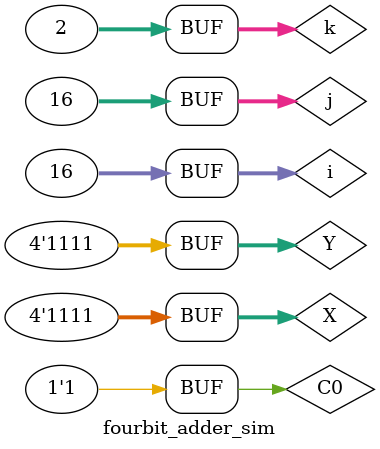
<source format=v>
`timescale 1ns / 1ps


module fourbit_adder_sim;
    reg [3:0] X;
    reg [3:0] Y;
    reg C0;
    wire [3:0] S;
    wire C4;
    
    fourbit_adder uut(.X(X[3:0]), .Y(Y[3:0]), .C0(C0), .S(S[3:0]), .C4(C4));
    
    integer i, j, k;
    
    initial begin
        for (i=0; i<16; i=i+1)
        begin
            X=i;
            for (j=0; j<16; j=j+1)
            begin
                Y=j;
                for (k=0; k<2; k=k+1)
                begin
                    C0=k;
                    #100;
                end
            end
        end
    end
endmodule

</source>
